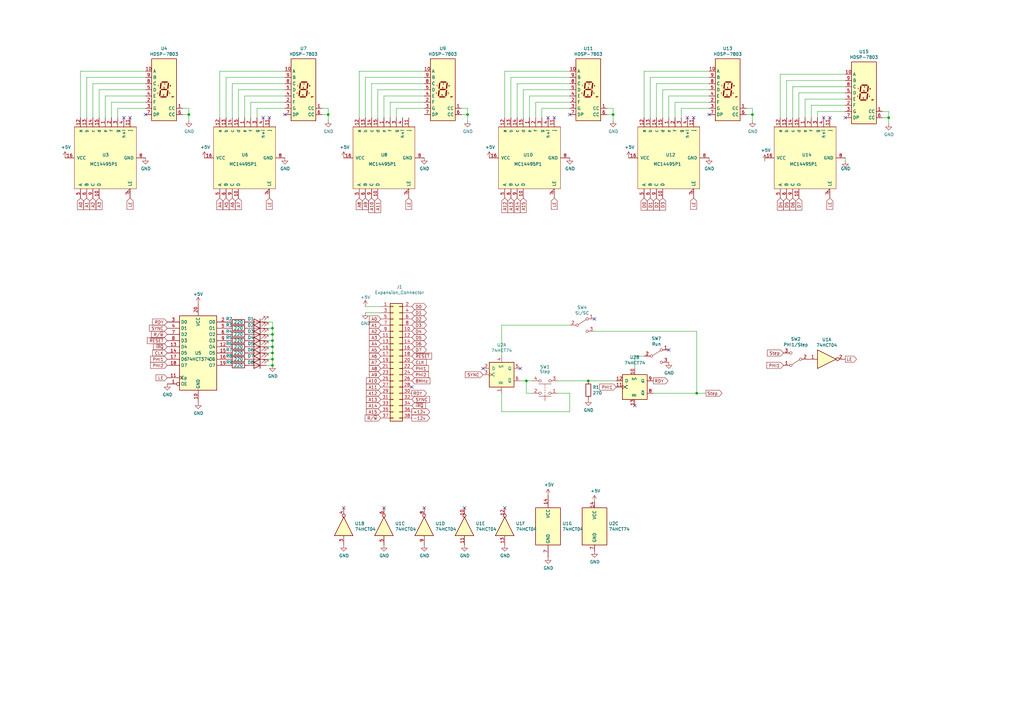
<source format=kicad_sch>
(kicad_sch (version 20211123) (generator eeschema)
  (paper "A3")
  (title_block (title "WolfNet 6502 WBC - Debug Card") (date "2022-05-17") (rev "1.0") (company "WolfNet Computing"))
  (lib_symbols
    (symbol "74xx:74LS04"
      (property "Reference" "U" (at 0 1.27 0))
      (property "Value" "74LS04" (at 0 -1.27 0))
      (symbol "74LS04_1_0"
        (pin input line (at -7.62 0 0) (length 3.81) (name "~") (number "1"))
        (pin output inverted (at 7.62 0 180) (length 3.81) (name "~") (number "2"))
      )
      (symbol "74LS04_2_0"
        (pin input line (at -7.62 0 0) (length 3.81) (name "~") (number "3"))
        (pin output inverted (at 7.62 0 180) (length 3.81) (name "~") (number "4"))
      )
      (symbol "74LS04_3_0"
        (pin input line (at -7.62 0 0) (length 3.81) (name "~") (number "5"))
        (pin output inverted (at 7.62 0 180) (length 3.81) (name "~") (number "6"))
      )
      (symbol "74LS04_4_0"
        (pin output inverted (at 7.62 0 180) (length 3.81) (name "~") (number "8"))
        (pin input line (at -7.62 0 0) (length 3.81) (name "~") (number "9"))
      )
      (symbol "74LS04_5_0"
        (pin output inverted (at 7.62 0 180) (length 3.81) (name "~") (number "10"))
        (pin input line (at -7.62 0 0) (length 3.81) (name "~") (number "11"))
      )
      (symbol "74LS04_6_0"
        (pin output inverted (at 7.62 0 180) (length 3.81) (name "~") (number "12"))
        (pin input line (at -7.62 0 0) (length 3.81) (name "~") (number "13"))
      )
      (symbol "74LS04_7_0"
        (pin power_in line (at 0 12.7 270) (length 5.08) (name "VCC") (number "14"))
        (pin power_in line (at 0 -12.7 90) (length 5.08) (name "GND") (number "7"))
      )
    )
    (symbol "74xx:74LS374"
      (property "Reference" "U" (at -7.62 16.51 0))
      (property "Value" "74LS374" (at -7.62 -16.51 0))
      (symbol "74LS374_1_0"
        (pin input inverted (at -12.7 -12.7 0) (length 5.08) (name "OE") (number "1"))
        (pin power_in line (at 0 -20.32 90) (length 5.08) (name "GND") (number "10"))
        (pin input clock (at -12.7 -10.16 0) (length 5.08) (name "Cp") (number "11"))
        (pin tri_state line (at 12.7 2.54 180) (length 5.08) (name "O4") (number "12"))
        (pin input line (at -12.7 2.54 0) (length 5.08) (name "D4") (number "13"))
        (pin input line (at -12.7 0 0) (length 5.08) (name "D5") (number "14"))
        (pin tri_state line (at 12.7 0 180) (length 5.08) (name "O5") (number "15"))
        (pin tri_state line (at 12.7 -2.54 180) (length 5.08) (name "O6") (number "16"))
        (pin input line (at -12.7 -2.54 0) (length 5.08) (name "D6") (number "17"))
        (pin input line (at -12.7 -5.08 0) (length 5.08) (name "D7") (number "18"))
        (pin tri_state line (at 12.7 -5.08 180) (length 5.08) (name "O7") (number "19"))
        (pin tri_state line (at 12.7 12.7 180) (length 5.08) (name "O0") (number "2"))
        (pin power_in line (at 0 20.32 270) (length 5.08) (name "VCC") (number "20"))
        (pin input line (at -12.7 12.7 0) (length 5.08) (name "D0") (number "3"))
        (pin input line (at -12.7 10.16 0) (length 5.08) (name "D1") (number "4"))
        (pin tri_state line (at 12.7 10.16 180) (length 5.08) (name "O1") (number "5"))
        (pin tri_state line (at 12.7 7.62 180) (length 5.08) (name "O2") (number "6"))
        (pin input line (at -12.7 7.62 0) (length 5.08) (name "D2") (number "7"))
        (pin input line (at -12.7 5.08 0) (length 5.08) (name "D3") (number "8"))
        (pin tri_state line (at 12.7 5.08 180) (length 5.08) (name "O3") (number "9"))
      )
    )
    (symbol "74xx:74LS74" (pin_names (offset 1.016))
      (property "Reference" "U" (at -7.62 8.89 0))
      (property "Value" "74LS74" (at -7.62 -8.89 0))
      (symbol "74LS74_1_0"
        (pin input line (at 0 -7.62 90) (length 2.54) (name "~{R}") (number "1"))
        (pin input line (at -7.62 2.54 0) (length 2.54) (name "D") (number "2"))
        (pin input clock (at -7.62 0 0) (length 2.54) (name "C") (number "3"))
        (pin input line (at 0 7.62 270) (length 2.54) (name "~{S}") (number "4"))
        (pin output line (at 7.62 2.54 180) (length 2.54) (name "Q") (number "5"))
        (pin output line (at 7.62 -2.54 180) (length 2.54) (name "~{Q}") (number "6"))
      )
      (symbol "74LS74_2_0"
        (pin input line (at 0 7.62 270) (length 2.54) (name "~{S}") (number "10"))
        (pin input clock (at -7.62 0 0) (length 2.54) (name "C") (number "11"))
        (pin input line (at -7.62 2.54 0) (length 2.54) (name "D") (number "12"))
        (pin input line (at 0 -7.62 90) (length 2.54) (name "~{R}") (number "13"))
        (pin output line (at 7.62 -2.54 180) (length 2.54) (name "~{Q}") (number "8"))
        (pin output line (at 7.62 2.54 180) (length 2.54) (name "Q") (number "9"))
      )
      (symbol "74LS74_3_0"
        (pin power_in line (at 0 10.16 270) (length 2.54) (name "VCC") (number "14"))
        (pin power_in line (at 0 -10.16 90) (length 2.54) (name "GND") (number "7"))
      )
    )
    (symbol "Debug-rescue:LED-Generic_Device" (pin_numbers hide) (pin_names (offset 1.016) hide)
      (property "Reference" "D" (at 0 2.54 0))
      (property "Value" "LED-Generic_Device" (at 0 -2.54 0))
      (symbol "LED-Generic_Device_1_1"
        (pin passive line (at -3.81 0 0) (length 2.54) (name "K") (number "1"))
        (pin passive line (at 3.81 0 180) (length 2.54) (name "A") (number "2"))
      )
    )
    (symbol "Debug-rescue:MC14495P1-PC" (pin_names (offset 1.016))
      (property "Reference" "U" (at 0 1.27 0))
      (property "Value" "MC14495P1-PC" (at 0 -1.27 0))
      (symbol "MC14495P1-PC_1_1"
        (pin output line (at 16.51 -1.27 180) (length 3.81) (name "e") (number "1"))
        (pin input line (at -16.51 1.27 0) (length 3.81) (name "D") (number "10"))
        (pin output line (at 16.51 -11.43 180) (length 3.81) (name "j") (number "11"))
        (pin output line (at 16.51 8.89 180) (length 3.81) (name "a") (number "12"))
        (pin output line (at 16.51 6.35 180) (length 3.81) (name "b") (number "13"))
        (pin output line (at 16.51 3.81 180) (length 3.81) (name "c") (number "14"))
        (pin output line (at 16.51 1.27 180) (length 3.81) (name "d") (number "15"))
        (pin power_in line (at 0 15.24 270) (length 3.81) (name "VCC") (number "16"))
        (pin output line (at 16.51 -3.81 180) (length 3.81) (name "f") (number "2"))
        (pin output line (at 16.51 -6.35 180) (length 3.81) (name "g") (number "3"))
        (pin output line (at 16.51 -8.89 180) (length 3.81) (name "h+i") (number "4"))
        (pin input line (at -16.51 8.89 0) (length 3.81) (name "A") (number "5"))
        (pin input line (at -16.51 6.35 0) (length 3.81) (name "B") (number "6"))
        (pin input input_low (at -16.51 -11.43 0) (length 3.81) (name "LE") (number "7"))
        (pin power_out line (at 0 -17.78 90) (length 3.81) (name "GND") (number "8"))
        (pin input line (at -16.51 3.81 0) (length 3.81) (name "C") (number "9"))
      )
    )
    (symbol "Debug-rescue:R-Generic_Device" (pin_numbers hide) (pin_names (offset 0))
      (property "Reference" "R" (at 2.032 0 90))
      (property "Value" "R-Generic_Device" (at 0 0 90))
      (symbol "R-Generic_Device_1_1"
        (pin passive line (at 0 3.81 270) (length 1.27) (name "~") (number "1"))
        (pin passive line (at 0 -3.81 90) (length 1.27) (name "~") (number "2"))
      )
    )
    (symbol "Display_Character:HDSP-7803"
      (property "Reference" "U" (at -3.81 13.97 0))
      (property "Value" "HDSP-7803" (at 6.35 13.97 0))
      (symbol "HDSP-7803_1_0"
        (text "A" (at 0.254 2.413 0) (effects (font (size 0.508 0.508))))
        (text "B" (at 2.54 1.651 0) (effects (font (size 0.508 0.508))))
        (text "C" (at 2.286 -1.397 0) (effects (font (size 0.508 0.508))))
        (text "D" (at -0.254 -2.159 0) (effects (font (size 0.508 0.508))))
        (text "DP" (at 3.556 -2.921 0) (effects (font (size 0.508 0.508))))
        (text "E" (at -2.54 -1.397 0) (effects (font (size 0.508 0.508))))
        (text "F" (at -2.286 1.651 0) (effects (font (size 0.508 0.508))))
        (text "G" (at 0 0.889 0) (effects (font (size 0.508 0.508))))
      )
      (symbol "HDSP-7803_1_1"
        (pin input line (at 7.62 -7.62 180) (length 2.54) (name "CC") (number "1"))
        (pin input line (at -7.62 7.62 0) (length 2.54) (name "A") (number "10"))
        (pin input line (at -7.62 -5.08 0) (length 2.54) (name "F") (number "2"))
        (pin input line (at -7.62 -7.62 0) (length 2.54) (name "G") (number "3"))
        (pin input line (at -7.62 -2.54 0) (length 2.54) (name "E") (number "4"))
        (pin input line (at -7.62 0 0) (length 2.54) (name "D") (number "5"))
        (pin input line (at 7.62 -10.16 180) (length 2.54) (name "CC") (number "6"))
        (pin input line (at -7.62 -10.16 0) (length 2.54) (name "DP") (number "7"))
        (pin input line (at -7.62 2.54 0) (length 2.54) (name "C") (number "8"))
        (pin input line (at -7.62 5.08 0) (length 2.54) (name "B") (number "9"))
      )
    )
    (symbol "MC14495P1-PC_1" (pin_names (offset 1.016))
      (property "Reference" "U10" (at 0 1.27 90))
      (property "Value" "MC14495P1-PC_1" (at -5.08 -2.54 90))
      (symbol "MC14495P1-PC_1_1_1"
        (pin output line (at 16.51 -1.27 180) (length 3.81) (name "e") (number "1"))
        (pin input line (at -16.51 1.27 0) (length 3.81) (name "D") (number "10"))
        (pin output line (at 16.51 -11.43 180) (length 3.81) (name "j") (number "11"))
        (pin output line (at 16.51 8.89 180) (length 3.81) (name "a") (number "12"))
        (pin output line (at 16.51 6.35 180) (length 3.81) (name "b") (number "13"))
        (pin output line (at 16.51 3.81 180) (length 3.81) (name "c") (number "14"))
        (pin output line (at 16.51 1.27 180) (length 3.81) (name "d") (number "15"))
        (pin power_in line (at 0 15.24 270) (length 3.81) (name "VCC") (number "16"))
        (pin output line (at 16.51 -3.81 180) (length 3.81) (name "f") (number "2"))
        (pin output line (at 16.51 -6.35 180) (length 3.81) (name "g") (number "3"))
        (pin output line (at 16.51 -8.89 180) (length 3.81) (name "h+i") (number "4"))
        (pin input line (at -16.51 8.89 0) (length 3.81) (name "A") (number "5"))
        (pin input line (at -16.51 6.35 0) (length 3.81) (name "B") (number "6"))
        (pin input input_low (at -16.51 -11.43 0) (length 3.81) (name "LE") (number "7"))
        (pin power_out line (at 0 -17.78 90) (length 3.81) (name "GND") (number "8"))
        (pin input line (at -16.51 3.81 0) (length 3.81) (name "C") (number "9"))
      )
    )
    (symbol "PC:Expansion_Connector" (pin_names (offset 1.016) hide)
      (property "Reference" "J" (at 0 25.4 0))
      (property "Value" "Expansion_Connector" (at 1.27 -25.4 0))
      (symbol "Expansion_Connector_0_0"
        (pin power_out line (at -6.35 22.86 0) (length 3.81) (name "~") (number "1"))
      )
      (symbol "Expansion_Connector_1_1"
        (pin bidirectional line (at 6.35 12.7 180) (length 3.81) (name "Pin_10") (number "10"))
        (pin output line (at -6.35 10.16 0) (length 3.81) (name "Pin_11") (number "11"))
        (pin bidirectional line (at 6.35 10.16 180) (length 3.81) (name "Pin_12") (number "12"))
        (pin output line (at -6.35 7.62 0) (length 3.81) (name "Pin_13") (number "13"))
        (pin bidirectional line (at 6.35 7.62 180) (length 3.81) (name "Pin_14") (number "14"))
        (pin output line (at -6.35 5.08 0) (length 3.81) (name "Pin_15") (number "15"))
        (pin bidirectional line (at 6.35 5.08 180) (length 3.81) (name "Pin_16") (number "16"))
        (pin output line (at -6.35 2.54 0) (length 3.81) (name "Pin_17") (number "17"))
        (pin output line (at 6.35 2.54 180) (length 3.81) (name "Pin_18") (number "18"))
        (pin output line (at -6.35 0 0) (length 3.81) (name "Pin_19") (number "19"))
        (pin bidirectional line (at 6.35 22.86 180) (length 3.81) (name "Pin_2") (number "2"))
        (pin output line (at 6.35 0 180) (length 3.81) (name "Pin_20") (number "20"))
        (pin output line (at -6.35 -2.54 0) (length 3.81) (name "Pin_21") (number "21"))
        (pin output line (at 6.35 -2.54 180) (length 3.81) (name "Pin_22") (number "22"))
        (pin output line (at -6.35 -5.08 0) (length 3.81) (name "Pin_23") (number "23"))
        (pin output line (at 6.35 -5.08 180) (length 3.81) (name "Pin_24") (number "24"))
        (pin output line (at -6.35 -7.62 0) (length 3.81) (name "Pin_25") (number "25"))
        (pin input line (at 6.35 -7.62 180) (length 3.81) (name "Pin_26") (number "26"))
        (pin output line (at -6.35 -10.16 0) (length 3.81) (name "Pin_27") (number "27"))
        (pin input line (at 6.35 -10.16 180) (length 3.81) (name "Pin_28") (number "28"))
        (pin output line (at -6.35 -12.7 0) (length 3.81) (name "Pin_29") (number "29"))
        (pin power_in line (at -6.35 20.32 0) (length 3.81) (name "Pin_3") (number "3"))
        (pin input line (at 6.35 -12.7 180) (length 3.81) (name "Pin_30") (number "30"))
        (pin output line (at -6.35 -15.24 0) (length 3.81) (name "Pin_31") (number "31"))
        (pin output line (at 6.35 -15.24 180) (length 3.81) (name "Pin_32") (number "32"))
        (pin output line (at -6.35 -17.78 0) (length 3.81) (name "Pin_33") (number "33"))
        (pin input line (at 6.35 -17.78 180) (length 3.81) (name "Pin_34") (number "34"))
        (pin output line (at -6.35 -20.32 0) (length 3.81) (name "Pin_35") (number "35"))
        (pin power_out line (at 6.35 -20.32 180) (length 3.81) (name "Pin_36") (number "36"))
        (pin output line (at -6.35 -22.86 0) (length 3.81) (name "Pin_37") (number "37"))
        (pin power_out line (at 6.35 -22.86 180) (length 3.81) (name "Pin_38") (number "38"))
        (pin bidirectional line (at 6.35 20.32 180) (length 3.81) (name "Pin_4") (number "4"))
        (pin input line (at -6.35 17.78 0) (length 3.81) (name "Pin_5") (number "5"))
        (pin bidirectional line (at 6.35 17.78 180) (length 3.81) (name "Pin_6") (number "6"))
        (pin output line (at -6.35 15.24 0) (length 3.81) (name "Pin_7") (number "7"))
        (pin bidirectional line (at 6.35 15.24 180) (length 3.81) (name "Pin_8") (number "8"))
        (pin output line (at -6.35 12.7 0) (length 3.81) (name "Pin_9") (number "9"))
      )
    )
    (symbol "Switch:SW_Push_Dual" (pin_names (offset 1.016) hide)
      (property "Reference" "SW" (at 1.27 2.54 0))
      (property "Value" "SW_Push_Dual" (at 0 -6.858 0))
      (symbol "SW_Push_Dual_0_1"
        (pin passive line (at -5.08 0 0) (length 2.54) (name "1") (number "1"))
        (pin passive line (at 5.08 0 180) (length 2.54) (name "2") (number "2"))
        (pin passive line (at -5.08 -5.08 0) (length 2.54) (name "3") (number "3"))
        (pin passive line (at 5.08 -5.08 180) (length 2.54) (name "4") (number "4"))
      )
    )
    (symbol "Switch:SW_SPDT" (pin_names (offset 0) hide)
      (property "Reference" "SW" (at 0 4.318 0))
      (property "Value" "SW_SPDT" (at 0 -5.08 0))
      (symbol "SW_SPDT_1_1"
        (pin passive line (at 5.08 2.54 180) (length 2.54) (name "A") (number "1"))
        (pin passive line (at -5.08 0 0) (length 2.54) (name "B") (number "2"))
        (pin passive line (at 5.08 -2.54 180) (length 2.54) (name "C") (number "3"))
      )
    )
    (symbol "power:+5V" (power) (pin_names (offset 0))
      (property "Value" "+5V" (at 0 3.556 0))
      (symbol "+5V_1_1"
        (pin power_in line (at 0 0 90) (length 0) hide (name "+5V") (number "1"))
      )
    )
    (symbol "power:GND" (power) (pin_names (offset 0))
      (property "Value" "GND" (at 0 -3.81 0))
      (symbol "GND_1_1"
        (pin power_in line (at 0 0 270) (length 0) hide (name "GND") (number "1"))
      )
    )
  )
  (junction (at 111.76 147.32))
  (junction (at 251.46 46.99))
  (junction (at 191.77 46.99))
  (junction (at 364.49 48.26))
  (junction (at 308.61 46.99))
  (junction (at 111.76 134.62))
  (junction (at 134.62 46.99))
  (junction (at 111.76 142.24))
  (junction (at 241.3 156.21))
  (junction (at 111.76 139.7))
  (junction (at 285.75 161.29))
  (junction (at 111.76 149.86))
  (junction (at 111.76 137.16))
  (junction (at 77.47 46.99))
  (junction (at 111.76 144.78))
  (junction (at 215.9 156.21))
  (no_connect (at 168.91 158.75))
  (no_connect (at 50.8 48.26))
  (no_connect (at 337.82 48.26))
  (no_connect (at 116.84 46.99))
  (no_connect (at 281.94 48.26))
  (no_connect (at 340.36 48.26))
  (no_connect (at 227.33 48.26))
  (no_connect (at 260.35 166.37))
  (no_connect (at 198.12 151.13))
  (no_connect (at 110.49 48.26))
  (no_connect (at 190.5 208.28))
  (no_connect (at 207.01 208.28))
  (no_connect (at 53.34 48.26))
  (no_connect (at 346.71 48.26))
  (no_connect (at 140.97 208.28))
  (no_connect (at 274.32 143.51))
  (no_connect (at 233.68 46.99))
  (no_connect (at 224.79 48.26))
  (no_connect (at 173.99 208.28))
  (no_connect (at 107.95 48.26))
  (no_connect (at 213.36 151.13))
  (no_connect (at 290.83 46.99))
  (no_connect (at 243.84 130.81))
  (no_connect (at 284.48 48.26))
  (no_connect (at 59.69 46.99))
  (no_connect (at 157.48 208.28))
  (wire (pts (xy 271.78 48.26) (xy 271.78 36.83)))
  (wire (pts (xy 109.22 137.16) (xy 111.76 137.16)))
  (wire (pts (xy 111.76 139.7) (xy 111.76 142.24)))
  (wire (pts (xy 233.68 34.29) (xy 212.09 34.29)))
  (wire (pts (xy 207.01 29.21) (xy 207.01 48.26)))
  (wire (pts (xy 111.76 149.86) (xy 109.22 149.86)))
  (wire (pts (xy 40.64 48.26) (xy 40.64 36.83)))
  (wire (pts (xy 308.61 46.99) (xy 308.61 49.53)))
  (wire (pts (xy 173.99 29.21) (xy 147.32 29.21)))
  (wire (pts (xy 214.63 36.83) (xy 233.68 36.83)))
  (wire (pts (xy 152.4 34.29) (xy 152.4 48.26)))
  (wire (pts (xy 116.84 44.45) (xy 105.41 44.45)))
  (wire (pts (xy 154.94 48.26) (xy 154.94 36.83)))
  (wire (pts (xy 111.76 137.16) (xy 111.76 139.7)))
  (wire (pts (xy 105.41 44.45) (xy 105.41 48.26)))
  (wire (pts (xy 269.24 34.29) (xy 269.24 48.26)))
  (wire (pts (xy 111.76 134.62) (xy 109.22 134.62)))
  (wire (pts (xy 134.62 44.45) (xy 134.62 46.99)))
  (wire (pts (xy 111.76 144.78) (xy 109.22 144.78)))
  (wire (pts (xy 38.1 34.29) (xy 38.1 48.26)))
  (wire (pts (xy 95.25 34.29) (xy 95.25 48.26)))
  (wire (pts (xy 109.22 142.24) (xy 111.76 142.24)))
  (wire (pts (xy 132.08 44.45) (xy 134.62 44.45)))
  (wire (pts (xy 33.02 29.21) (xy 33.02 48.26)))
  (wire (pts (xy 35.56 31.75) (xy 59.69 31.75)))
  (wire (pts (xy 215.9 156.21) (xy 218.44 156.21)))
  (wire (pts (xy 111.76 132.08) (xy 111.76 134.62)))
  (wire (pts (xy 320.04 30.48) (xy 320.04 48.26)))
  (wire (pts (xy 364.49 48.26) (xy 361.95 48.26)))
  (wire (pts (xy 92.71 31.75) (xy 92.71 48.26)))
  (wire (pts (xy 306.07 44.45) (xy 308.61 44.45)))
  (wire (pts (xy 222.25 44.45) (xy 222.25 48.26)))
  (wire (pts (xy 111.76 147.32) (xy 111.76 149.86)))
  (wire (pts (xy 285.75 135.89) (xy 285.75 161.29)))
  (wire (pts (xy 149.86 31.75) (xy 173.99 31.75)))
  (wire (pts (xy 191.77 44.45) (xy 191.77 46.99)))
  (wire (pts (xy 116.84 29.21) (xy 90.17 29.21)))
  (wire (pts (xy 251.46 46.99) (xy 251.46 49.53)))
  (wire (pts (xy 346.71 45.72) (xy 335.28 45.72)))
  (wire (pts (xy 134.62 46.99) (xy 134.62 49.53)))
  (wire (pts (xy 266.7 31.75) (xy 290.83 31.75)))
  (wire (pts (xy 276.86 48.26) (xy 276.86 41.91)))
  (wire (pts (xy 134.62 46.99) (xy 132.08 46.99)))
  (wire (pts (xy 361.95 45.72) (xy 364.49 45.72)))
  (wire (pts (xy 285.75 161.29) (xy 289.56 161.29)))
  (wire (pts (xy 97.79 48.26) (xy 97.79 36.83)))
  (wire (pts (xy 290.83 39.37) (xy 274.32 39.37)))
  (wire (pts (xy 322.58 33.02) (xy 346.71 33.02)))
  (wire (pts (xy 251.46 44.45) (xy 251.46 46.99)))
  (wire (pts (xy 233.68 133.35) (xy 205.74 133.35)))
  (wire (pts (xy 90.17 29.21) (xy 90.17 48.26)))
  (wire (pts (xy 100.33 39.37) (xy 100.33 48.26)))
  (wire (pts (xy 35.56 31.75) (xy 35.56 48.26)))
  (wire (pts (xy 59.69 44.45) (xy 48.26 44.45)))
  (wire (pts (xy 116.84 34.29) (xy 95.25 34.29)))
  (wire (pts (xy 313.69 64.77) (xy 313.69 66.04)))
  (wire (pts (xy 327.66 48.26) (xy 327.66 38.1)))
  (wire (pts (xy 233.68 44.45) (xy 222.25 44.45)))
  (wire (pts (xy 308.61 44.45) (xy 308.61 46.99)))
  (wire (pts (xy 215.9 161.29) (xy 218.44 161.29)))
  (wire (pts (xy 241.3 156.21) (xy 252.73 156.21)))
  (wire (pts (xy 217.17 39.37) (xy 217.17 48.26)))
  (wire (pts (xy 276.86 41.91) (xy 290.83 41.91)))
  (wire (pts (xy 332.74 48.26) (xy 332.74 43.18)))
  (wire (pts (xy 173.99 44.45) (xy 162.56 44.45)))
  (wire (pts (xy 205.74 133.35) (xy 205.74 146.05)))
  (wire (pts (xy 233.68 39.37) (xy 217.17 39.37)))
  (wire (pts (xy 274.32 39.37) (xy 274.32 48.26)))
  (wire (pts (xy 346.71 35.56) (xy 325.12 35.56)))
  (wire (pts (xy 162.56 44.45) (xy 162.56 48.26)))
  (wire (pts (xy 111.76 139.7) (xy 109.22 139.7)))
  (wire (pts (xy 77.47 44.45) (xy 77.47 46.99)))
  (wire (pts (xy 111.76 144.78) (xy 111.76 147.32)))
  (wire (pts (xy 219.71 41.91) (xy 233.68 41.91)))
  (wire (pts (xy 45.72 48.26) (xy 45.72 41.91)))
  (wire (pts (xy 214.63 48.26) (xy 214.63 36.83)))
  (wire (pts (xy 290.83 34.29) (xy 269.24 34.29)))
  (wire (pts (xy 332.74 43.18) (xy 346.71 43.18)))
  (wire (pts (xy 59.69 39.37) (xy 43.18 39.37)))
  (wire (pts (xy 213.36 156.21) (xy 215.9 156.21)))
  (wire (pts (xy 266.7 31.75) (xy 266.7 48.26)))
  (wire (pts (xy 149.86 128.27) (xy 156.21 128.27)))
  (wire (pts (xy 215.9 156.21) (xy 215.9 161.29)))
  (wire (pts (xy 233.68 168.91) (xy 205.74 168.91)))
  (wire (pts (xy 74.93 44.45) (xy 77.47 44.45)))
  (wire (pts (xy 33.02 29.21) (xy 59.69 29.21)))
  (wire (pts (xy 233.68 161.29) (xy 233.68 168.91)))
  (wire (pts (xy 154.94 36.83) (xy 173.99 36.83)))
  (wire (pts (xy 191.77 46.99) (xy 189.23 46.99)))
  (wire (pts (xy 173.99 34.29) (xy 152.4 34.29)))
  (wire (pts (xy 205.74 168.91) (xy 205.74 161.29)))
  (wire (pts (xy 157.48 39.37) (xy 157.48 48.26)))
  (wire (pts (xy 346.71 40.64) (xy 330.2 40.64)))
  (wire (pts (xy 346.71 64.77) (xy 346.71 66.04)))
  (wire (pts (xy 209.55 31.75) (xy 233.68 31.75)))
  (wire (pts (xy 160.02 41.91) (xy 173.99 41.91)))
  (wire (pts (xy 251.46 46.99) (xy 248.92 46.99)))
  (wire (pts (xy 45.72 41.91) (xy 59.69 41.91)))
  (wire (pts (xy 92.71 31.75) (xy 116.84 31.75)))
  (wire (pts (xy 330.2 40.64) (xy 330.2 48.26)))
  (wire (pts (xy 243.84 135.89) (xy 285.75 135.89)))
  (wire (pts (xy 290.83 29.21) (xy 264.16 29.21)))
  (wire (pts (xy 335.28 45.72) (xy 335.28 48.26)))
  (wire (pts (xy 48.26 44.45) (xy 48.26 48.26)))
  (wire (pts (xy 111.76 134.62) (xy 111.76 137.16)))
  (wire (pts (xy 147.32 29.21) (xy 147.32 48.26)))
  (wire (pts (xy 173.99 39.37) (xy 157.48 39.37)))
  (wire (pts (xy 327.66 38.1) (xy 346.71 38.1)))
  (wire (pts (xy 364.49 48.26) (xy 364.49 50.8)))
  (wire (pts (xy 149.86 31.75) (xy 149.86 48.26)))
  (wire (pts (xy 248.92 44.45) (xy 251.46 44.45)))
  (wire (pts (xy 97.79 36.83) (xy 116.84 36.83)))
  (wire (pts (xy 191.77 46.99) (xy 191.77 49.53)))
  (wire (pts (xy 264.16 146.05) (xy 260.35 146.05)))
  (wire (pts (xy 59.69 34.29) (xy 38.1 34.29)))
  (wire (pts (xy 228.6 156.21) (xy 241.3 156.21)))
  (wire (pts (xy 209.55 31.75) (xy 209.55 48.26)))
  (wire (pts (xy 40.64 36.83) (xy 59.69 36.83)))
  (wire (pts (xy 267.97 161.29) (xy 285.75 161.29)))
  (wire (pts (xy 102.87 41.91) (xy 116.84 41.91)))
  (wire (pts (xy 279.4 44.45) (xy 279.4 48.26)))
  (wire (pts (xy 77.47 46.99) (xy 77.47 49.53)))
  (wire (pts (xy 271.78 36.83) (xy 290.83 36.83)))
  (wire (pts (xy 189.23 44.45) (xy 191.77 44.45)))
  (wire (pts (xy 111.76 142.24) (xy 111.76 144.78)))
  (wire (pts (xy 228.6 161.29) (xy 233.68 161.29)))
  (wire (pts (xy 109.22 132.08) (xy 111.76 132.08)))
  (wire (pts (xy 116.84 39.37) (xy 100.33 39.37)))
  (wire (pts (xy 212.09 34.29) (xy 212.09 48.26)))
  (wire (pts (xy 149.86 125.73) (xy 156.21 125.73)))
  (wire (pts (xy 325.12 35.56) (xy 325.12 48.26)))
  (wire (pts (xy 233.68 29.21) (xy 207.01 29.21)))
  (wire (pts (xy 260.35 146.05) (xy 260.35 151.13)))
  (wire (pts (xy 346.71 30.48) (xy 320.04 30.48)))
  (wire (pts (xy 308.61 46.99) (xy 306.07 46.99)))
  (wire (pts (xy 109.22 147.32) (xy 111.76 147.32)))
  (wire (pts (xy 102.87 48.26) (xy 102.87 41.91)))
  (wire (pts (xy 322.58 33.02) (xy 322.58 48.26)))
  (wire (pts (xy 43.18 39.37) (xy 43.18 48.26)))
  (wire (pts (xy 264.16 29.21) (xy 264.16 48.26)))
  (wire (pts (xy 160.02 48.26) (xy 160.02 41.91)))
  (wire (pts (xy 364.49 45.72) (xy 364.49 48.26)))
  (wire (pts (xy 77.47 46.99) (xy 74.93 46.99)))
  (wire (pts (xy 290.83 44.45) (xy 279.4 44.45)))
  (wire (pts (xy 219.71 48.26) (xy 219.71 41.91)))
  (global_label "LE" (shape input) (at 227.33 81.28 270) (property "Intersheet References" "${INTERSHEET_REFS}" (effects hide)))
  (global_label "D0" (shape bidirectional) (at 168.91 125.73 0) (property "Intersheet References" "${INTERSHEET_REFS}" (effects hide)))
  (global_label "A11" (shape input) (at 156.21 158.75 180) (property "Intersheet References" "${INTERSHEET_REFS}" (effects hide)))
  (global_label "LE" (shape input) (at 53.34 81.28 270) (property "Intersheet References" "${INTERSHEET_REFS}" (effects hide)))
  (global_label "LE" (shape input) (at 68.58 154.94 180) (property "Intersheet References" "${INTERSHEET_REFS}" (effects hide)))
  (global_label "Step" (shape input) (at 321.31 144.78 180) (property "Intersheet References" "${INTERSHEET_REFS}" (effects hide)))
  (global_label "D4" (shape bidirectional) (at 168.91 135.89 0) (property "Intersheet References" "${INTERSHEET_REFS}" (effects hide)))
  (global_label "D1" (shape input) (at 266.7 81.28 270) (property "Intersheet References" "${INTERSHEET_REFS}" (effects hide)))
  (global_label "CLK" (shape input) (at 168.91 148.59 0) (property "Intersheet References" "${INTERSHEET_REFS}" (effects hide)))
  (global_label "D3" (shape bidirectional) (at 168.91 133.35 0) (property "Intersheet References" "${INTERSHEET_REFS}" (effects hide)))
  (global_label "A13" (shape input) (at 209.55 81.28 270) (property "Intersheet References" "${INTERSHEET_REFS}" (effects hide)))
  (global_label "A9" (shape input) (at 156.21 153.67 180) (property "Intersheet References" "${INTERSHEET_REFS}" (effects hide)))
  (global_label "A6" (shape input) (at 95.25 81.28 270) (property "Intersheet References" "${INTERSHEET_REFS}" (effects hide)))
  (global_label "A10" (shape input) (at 152.4 81.28 270) (property "Intersheet References" "${INTERSHEET_REFS}" (effects hide)))
  (global_label "8MHz" (shape input) (at 168.91 156.21 0) (property "Intersheet References" "${INTERSHEET_REFS}" (effects hide)))
  (global_label "~{IRQ}" (shape input) (at 68.58 142.24 180) (property "Intersheet References" "${INTERSHEET_REFS}" (effects hide)))
  (global_label "SYNC" (shape input) (at 198.12 153.67 180) (property "Intersheet References" "${INTERSHEET_REFS}" (effects hide)))
  (global_label "A7" (shape input) (at 97.79 81.28 270) (property "Intersheet References" "${INTERSHEET_REFS}" (effects hide)))
  (global_label "D2" (shape input) (at 269.24 81.28 270) (property "Intersheet References" "${INTERSHEET_REFS}" (effects hide)))
  (global_label "D5" (shape input) (at 322.58 81.28 270) (property "Intersheet References" "${INTERSHEET_REFS}" (effects hide)))
  (global_label "A3" (shape input) (at 40.64 81.28 270) (property "Intersheet References" "${INTERSHEET_REFS}" (effects hide)))
  (global_label "A4" (shape input) (at 156.21 140.97 180) (property "Intersheet References" "${INTERSHEET_REFS}" (effects hide)))
  (global_label "-12v" (shape output) (at 168.91 171.45 0) (property "Intersheet References" "${INTERSHEET_REFS}" (effects hide)))
  (global_label "A15" (shape input) (at 214.63 81.28 270) (property "Intersheet References" "${INTERSHEET_REFS}" (effects hide)))
  (global_label "PHI1" (shape input) (at 252.73 158.75 180) (property "Intersheet References" "${INTERSHEET_REFS}" (effects hide)))
  (global_label "LE" (shape input) (at 284.48 81.28 270) (property "Intersheet References" "${INTERSHEET_REFS}" (effects hide)))
  (global_label "A0" (shape input) (at 156.21 130.81 180) (property "Intersheet References" "${INTERSHEET_REFS}" (effects hide)))
  (global_label "~{RESET}" (shape input) (at 168.91 146.05 0) (property "Intersheet References" "${INTERSHEET_REFS}" (effects hide)))
  (global_label "A4" (shape input) (at 90.17 81.28 270) (property "Intersheet References" "${INTERSHEET_REFS}" (effects hide)))
  (global_label "A11" (shape input) (at 154.94 81.28 270) (property "Intersheet References" "${INTERSHEET_REFS}" (effects hide)))
  (global_label "A7" (shape input) (at 156.21 148.59 180) (property "Intersheet References" "${INTERSHEET_REFS}" (effects hide)))
  (global_label "PHI2" (shape input) (at 168.91 153.67 0) (property "Intersheet References" "${INTERSHEET_REFS}" (effects hide)))
  (global_label "A9" (shape input) (at 149.86 81.28 270) (property "Intersheet References" "${INTERSHEET_REFS}" (effects hide)))
  (global_label "A14" (shape input) (at 212.09 81.28 270) (property "Intersheet References" "${INTERSHEET_REFS}" (effects hide)))
  (global_label "CLK" (shape input) (at 68.58 144.78 180) (property "Intersheet References" "${INTERSHEET_REFS}" (effects hide)))
  (global_label "A3" (shape input) (at 156.21 138.43 180) (property "Intersheet References" "${INTERSHEET_REFS}" (effects hide)))
  (global_label "A5" (shape input) (at 156.21 143.51 180) (property "Intersheet References" "${INTERSHEET_REFS}" (effects hide)))
  (global_label "D1" (shape bidirectional) (at 168.91 128.27 0) (property "Intersheet References" "${INTERSHEET_REFS}" (effects hide)))
  (global_label "A1" (shape input) (at 156.21 133.35 180) (property "Intersheet References" "${INTERSHEET_REFS}" (effects hide)))
  (global_label "A15" (shape input) (at 156.21 168.91 180) (property "Intersheet References" "${INTERSHEET_REFS}" (effects hide)))
  (global_label "RDY" (shape output) (at 168.91 161.29 0) (property "Intersheet References" "${INTERSHEET_REFS}" (effects hide)))
  (global_label "A10" (shape input) (at 156.21 156.21 180) (property "Intersheet References" "${INTERSHEET_REFS}" (effects hide)))
  (global_label "SYNC" (shape input) (at 168.91 163.83 0) (property "Intersheet References" "${INTERSHEET_REFS}" (effects hide)))
  (global_label "RDY" (shape input) (at 68.58 132.08 180) (property "Intersheet References" "${INTERSHEET_REFS}" (effects hide)))
  (global_label "PHI1" (shape input) (at 321.31 149.86 180) (property "Intersheet References" "${INTERSHEET_REFS}" (effects hide)))
  (global_label "A0" (shape input) (at 33.02 81.28 270) (property "Intersheet References" "${INTERSHEET_REFS}" (effects hide)))
  (global_label "~{RESET}" (shape input) (at 68.58 139.7 180) (property "Intersheet References" "${INTERSHEET_REFS}" (effects hide)))
  (global_label "RDY" (shape output) (at 267.97 156.21 0) (property "Intersheet References" "${INTERSHEET_REFS}" (effects hide)))
  (global_label "R{slash}~{W}" (shape input) (at 68.58 137.16 180) (property "Intersheet References" "${INTERSHEET_REFS}" (effects hide)))
  (global_label "D6" (shape input) (at 325.12 81.28 270) (property "Intersheet References" "${INTERSHEET_REFS}" (effects hide)))
  (global_label "D5" (shape bidirectional) (at 168.91 138.43 0) (property "Intersheet References" "${INTERSHEET_REFS}" (effects hide)))
  (global_label "D3" (shape input) (at 271.78 81.28 270) (property "Intersheet References" "${INTERSHEET_REFS}" (effects hide)))
  (global_label "A8" (shape input) (at 147.32 81.28 270) (property "Intersheet References" "${INTERSHEET_REFS}" (effects hide)))
  (global_label "LE" (shape input) (at 167.64 81.28 270) (property "Intersheet References" "${INTERSHEET_REFS}" (effects hide)))
  (global_label "A8" (shape input) (at 156.21 151.13 180) (property "Intersheet References" "${INTERSHEET_REFS}" (effects hide)))
  (global_label "A2" (shape input) (at 156.21 135.89 180) (property "Intersheet References" "${INTERSHEET_REFS}" (effects hide)))
  (global_label "D7" (shape input) (at 327.66 81.28 270) (property "Intersheet References" "${INTERSHEET_REFS}" (effects hide)))
  (global_label "D2" (shape bidirectional) (at 168.91 130.81 0) (property "Intersheet References" "${INTERSHEET_REFS}" (effects hide)))
  (global_label "A13" (shape input) (at 156.21 163.83 180) (property "Intersheet References" "${INTERSHEET_REFS}" (effects hide)))
  (global_label "D7" (shape bidirectional) (at 168.91 143.51 0) (property "Intersheet References" "${INTERSHEET_REFS}" (effects hide)))
  (global_label "A2" (shape input) (at 38.1 81.28 270) (property "Intersheet References" "${INTERSHEET_REFS}" (effects hide)))
  (global_label "A14" (shape input) (at 156.21 166.37 180) (property "Intersheet References" "${INTERSHEET_REFS}" (effects hide)))
  (global_label "+12v" (shape output) (at 168.91 168.91 0) (property "Intersheet References" "${INTERSHEET_REFS}" (effects hide)))
  (global_label "D6" (shape bidirectional) (at 168.91 140.97 0) (property "Intersheet References" "${INTERSHEET_REFS}" (effects hide)))
  (global_label "SYNC" (shape input) (at 68.58 134.62 180) (property "Intersheet References" "${INTERSHEET_REFS}" (effects hide)))
  (global_label "PHI1" (shape input) (at 68.58 147.32 180) (property "Intersheet References" "${INTERSHEET_REFS}" (effects hide)))
  (global_label "PHI2" (shape input) (at 68.58 149.86 180) (property "Intersheet References" "${INTERSHEET_REFS}" (effects hide)))
  (global_label "~{IRQ}" (shape input) (at 168.91 166.37 0) (property "Intersheet References" "${INTERSHEET_REFS}" (effects hide)))
  (global_label "A6" (shape input) (at 156.21 146.05 180) (property "Intersheet References" "${INTERSHEET_REFS}" (effects hide)))
  (global_label "A5" (shape input) (at 92.71 81.28 270) (property "Intersheet References" "${INTERSHEET_REFS}" (effects hide)))
  (global_label "D0" (shape input) (at 264.16 81.28 270) (property "Intersheet References" "${INTERSHEET_REFS}" (effects hide)))
  (global_label "R{slash}~{W}" (shape input) (at 156.21 171.45 180) (property "Intersheet References" "${INTERSHEET_REFS}" (effects hide)))
  (global_label "LE" (shape input) (at 110.49 81.28 270) (property "Intersheet References" "${INTERSHEET_REFS}" (effects hide)))
  (global_label "Step" (shape output) (at 289.56 161.29 0) (property "Intersheet References" "${INTERSHEET_REFS}" (effects hide)))
  (global_label "A12" (shape input) (at 207.01 81.28 270) (property "Intersheet References" "${INTERSHEET_REFS}" (effects hide)))
  (global_label "D4" (shape input) (at 320.04 81.28 270) (property "Intersheet References" "${INTERSHEET_REFS}" (effects hide)))
  (global_label "LE" (shape output) (at 346.71 147.32 0) (property "Intersheet References" "${INTERSHEET_REFS}" (effects hide)))
  (global_label "A12" (shape input) (at 156.21 161.29 180) (property "Intersheet References" "${INTERSHEET_REFS}" (effects hide)))
  (global_label "LE" (shape input) (at 340.36 81.28 270) (property "Intersheet References" "${INTERSHEET_REFS}" (effects hide)))
  (global_label "PHI1" (shape input) (at 168.91 151.13 0) (property "Intersheet References" "${INTERSHEET_REFS}" (effects hide)))
  (global_label "A1" (shape input) (at 35.56 81.28 270) (property "Intersheet References" "${INTERSHEET_REFS}" (effects hide)))
  (symbol (lib_id "74xx:74LS04") (at 339.09 147.32 0) (unit 1)
    (property "Reference" "U1" (at 339.09 139.2682 0))
    (property "Value" "74HCT04" (at 339.09 141.5796 0))
    (property "Footprint" "Package_DIP:DIP-14_W7.62mm_Socket_LongPads" (effects hide))
    (property "Datasheet" "http://www.ti.com/lit/gpn/sn74LS04" (effects hide))
  )
  (symbol (lib_id "Switch:SW_SPDT") (at 326.39 147.32 180) (unit 1)
    (property "Reference" "SW2" (at 326.39 139.065 0))
    (property "Value" "PHI1/Step" (at 326.39 141.3764 0))
    (property "Footprint" "Button_Switch_THT:SW_Slide_1P2T_CK_OS102011MS2Q" (effects hide))
  )
  (symbol (lib_id "74xx:74LS74") (at 205.74 153.67 0) (unit 1)
    (property "Reference" "U2" (at 205.74 141.4526 0))
    (property "Value" "74HCT74" (at 205.74 143.764 0))
    (property "Footprint" "Package_DIP:DIP-14_W7.62mm_Socket_LongPads" (effects hide))
    (property "Datasheet" "74xx/74hc_hct74.pdf" (effects hide))
  )
  (symbol (lib_id "Switch:SW_Push_Dual") (at 223.52 161.29 180) (unit 1)
    (property "Reference" "SW1" (at 223.52 150.495 0))
    (property "Value" "Step" (at 223.52 152.4 0))
    (property "Footprint" "Button_Switch_THT:SW_Push_2P1T_Toggle_CK_PVA1xxH1xxxxxxV2" (effects hide))
  )
  (symbol (lib_id "Switch:SW_SPDT") (at 238.76 133.35 0) (unit 1)
    (property "Reference" "SW4" (at 238.76 126.111 0))
    (property "Value" "SI/SC" (at 238.76 128.4224 0))
    (property "Footprint" "Button_Switch_THT:SW_Slide_1P2T_CK_OS102011MS2Q" (effects hide))
  )
  (symbol (lib_id "Debug-rescue:R-Generic_Device") (at 241.3 160.02 0) (unit 1)
    (property "Reference" "R1" (at 243.078 158.8516 0) (effects (justify left)))
    (property "Value" "270" (at 243.078 161.163 0) (effects (justify left)))
    (property "Footprint" "Resistor_THT:R_Axial_DIN0207_L6.3mm_D2.5mm_P7.62mm_Horizontal" (effects hide))
  )
  (symbol (lib_id "power:GND") (at 241.3 163.83 0) (unit 1)
    (property "Reference" "#PWR0103" (effects hide))
    (property "Value" "GND" (at 241.427 168.2242 0))
  )
  (symbol (lib_id "74xx:74LS74") (at 260.35 158.75 0) (unit 2)
    (property "Reference" "U2" (at 260.35 146.5326 0))
    (property "Value" "74HCT74" (at 260.35 148.844 0))
    (property "Footprint" "Package_DIP:DIP-14_W7.62mm_Socket_LongPads" (effects hide))
    (property "Datasheet" "74xx/74hc_hct74.pdf" (effects hide))
  )
  (symbol (lib_id "power:GND") (at 274.32 148.59 0) (unit 1)
    (property "Reference" "#PWR0104" (effects hide))
    (property "Value" "GND" (at 274.447 152.9842 0))
  )
  (symbol (lib_id "74xx:74LS04") (at 140.97 215.9 90) (unit 2)
    (property "Reference" "U1" (at 145.542 214.7316 90) (effects (justify right)))
    (property "Value" "74HCT04" (at 145.542 217.043 90) (effects (justify right)))
    (property "Footprint" "Package_DIP:DIP-14_W7.62mm_Socket_LongPads" (effects hide))
    (property "Datasheet" "http://www.ti.com/lit/gpn/sn74LS04" (effects hide))
  )
  (symbol (lib_id "74xx:74LS04") (at 157.48 215.9 90) (unit 3)
    (property "Reference" "U1" (at 162.052 214.7316 90) (effects (justify right)))
    (property "Value" "74HCT04" (at 162.052 217.043 90) (effects (justify right)))
    (property "Footprint" "Package_DIP:DIP-14_W7.62mm_Socket_LongPads" (effects hide))
    (property "Datasheet" "http://www.ti.com/lit/gpn/sn74LS04" (effects hide))
  )
  (symbol (lib_id "74xx:74LS04") (at 173.99 215.9 90) (unit 4)
    (property "Reference" "U1" (at 178.562 214.7316 90) (effects (justify right)))
    (property "Value" "74HCT04" (at 178.562 217.043 90) (effects (justify right)))
    (property "Footprint" "Package_DIP:DIP-14_W7.62mm_Socket_LongPads" (effects hide))
    (property "Datasheet" "http://www.ti.com/lit/gpn/sn74LS04" (effects hide))
  )
  (symbol (lib_id "74xx:74LS04") (at 190.5 215.9 90) (unit 5)
    (property "Reference" "U1" (at 195.072 214.7316 90) (effects (justify right)))
    (property "Value" "74HCT04" (at 195.072 217.043 90) (effects (justify right)))
    (property "Footprint" "Package_DIP:DIP-14_W7.62mm_Socket_LongPads" (effects hide))
    (property "Datasheet" "http://www.ti.com/lit/gpn/sn74LS04" (effects hide))
  )
  (symbol (lib_id "74xx:74LS04") (at 207.01 215.9 90) (unit 6)
    (property "Reference" "U1" (at 211.582 214.7316 90) (effects (justify right)))
    (property "Value" "74HCT04" (at 211.582 217.043 90) (effects (justify right)))
    (property "Footprint" "Package_DIP:DIP-14_W7.62mm_Socket_LongPads" (effects hide))
    (property "Datasheet" "http://www.ti.com/lit/gpn/sn74LS04" (effects hide))
  )
  (symbol (lib_id "74xx:74LS04") (at 224.79 215.9 0) (unit 7)
    (property "Reference" "U1" (at 230.632 214.7316 0) (effects (justify left)))
    (property "Value" "74HCT04" (at 230.632 217.043 0) (effects (justify left)))
    (property "Footprint" "Package_DIP:DIP-14_W7.62mm_Socket_LongPads" (effects hide))
    (property "Datasheet" "http://www.ti.com/lit/gpn/sn74LS04" (effects hide))
  )
  (symbol (lib_id "power:+5V") (at 224.79 203.2 0) (unit 1)
    (property "Reference" "#PWR0105" (effects hide))
    (property "Value" "+5V" (at 225.171 198.8058 0))
  )
  (symbol (lib_id "power:GND") (at 224.79 228.6 0) (unit 1)
    (property "Reference" "#PWR0106" (effects hide))
    (property "Value" "GND" (at 224.917 232.9942 0))
  )
  (symbol (lib_id "power:GND") (at 207.01 223.52 0) (unit 1)
    (property "Reference" "#PWR0107" (effects hide))
    (property "Value" "GND" (at 207.137 227.9142 0))
  )
  (symbol (lib_id "power:GND") (at 190.5 223.52 0) (unit 1)
    (property "Reference" "#PWR0108" (effects hide))
    (property "Value" "GND" (at 190.627 227.9142 0))
  )
  (symbol (lib_id "power:GND") (at 173.99 223.52 0) (unit 1)
    (property "Reference" "#PWR0109" (effects hide))
    (property "Value" "GND" (at 174.117 227.9142 0))
  )
  (symbol (lib_id "power:GND") (at 157.48 223.52 0) (unit 1)
    (property "Reference" "#PWR0110" (effects hide))
    (property "Value" "GND" (at 157.607 227.9142 0))
  )
  (symbol (lib_id "power:GND") (at 140.97 223.52 0) (unit 1)
    (property "Reference" "#PWR0111" (effects hide))
    (property "Value" "GND" (at 141.097 227.9142 0))
  )
  (symbol (lib_id "74xx:74LS74") (at 243.84 215.9 0) (unit 3)
    (property "Reference" "U2" (at 249.682 214.7316 0) (effects (justify left)))
    (property "Value" "74HCT74" (at 249.682 217.043 0) (effects (justify left)))
    (property "Footprint" "Package_DIP:DIP-14_W7.62mm_Socket_LongPads" (effects hide))
    (property "Datasheet" "74xx/74hc_hct74.pdf" (effects hide))
  )
  (symbol (lib_id "power:+5V") (at 243.84 205.74 0) (unit 1)
    (property "Reference" "#PWR0112" (effects hide))
    (property "Value" "+5V" (at 244.221 201.3458 0))
  )
  (symbol (lib_id "power:GND") (at 243.84 226.06 0) (unit 1)
    (property "Reference" "#PWR0113" (effects hide))
    (property "Value" "GND" (at 243.967 230.4542 0))
  )
  (symbol (lib_id "Debug-rescue:MC14495P1-PC") (at 41.91 64.77 90) (unit 1)
    (property "Reference" "U3" (at 41.91 63.5 90) (effects (justify right)))
    (property "Value" "MC14495P1" (at 36.83 67.31 90) (effects (justify right)))
    (property "Footprint" "Package_DIP:DIP-16_W7.62mm_Socket_LongPads" (effects hide))
  )
  (symbol (lib_id "Display_Character:HDSP-7803") (at 67.31 36.83 0) (unit 1)
    (property "Reference" "U4" (at 67.31 19.8882 0))
    (property "Value" "HDSP-7803" (at 67.31 22.1996 0))
    (property "Footprint" "Display_7Segment:HDSP-7801" (effects hide))
    (property "Datasheet" "https://docs.broadcom.com/docs/AV02-2553EN" (effects hide))
  )
  (symbol (lib_id "74xx:74LS374") (at 81.28 144.78 0) (unit 1)
    (property "Reference" "U5" (at 81.28 144.78 0))
    (property "Value" "74HCT374" (at 81.28 147.32 0))
    (property "Footprint" "Package_DIP:DIP-20_W7.62mm_Socket_LongPads" (effects hide))
    (property "Datasheet" "http://www.ti.com/lit/gpn/sn74LS374" (effects hide))
  )
  (symbol (lib_id "power:GND") (at 68.58 157.48 0) (unit 1)
    (property "Reference" "#PWR0114" (effects hide))
    (property "Value" "GND" (at 68.707 161.8742 0))
  )
  (symbol (lib_id "power:GND") (at 81.28 165.1 0) (unit 1)
    (property "Reference" "#PWR0115" (effects hide))
    (property "Value" "GND" (at 81.407 169.4942 0))
  )
  (symbol (lib_id "power:+5V") (at 81.28 124.46 0) (unit 1)
    (property "Reference" "#PWR0116" (effects hide))
    (property "Value" "+5V" (at 81.28 120.65 0))
  )
  (symbol (lib_id "Debug-rescue:R-Generic_Device") (at 97.79 132.08 270) (unit 1)
    (property "Reference" "R2" (at 93.98 130.81 90))
    (property "Value" "220" (at 97.79 132.08 90))
    (property "Footprint" "Resistor_THT:R_Axial_DIN0207_L6.3mm_D2.5mm_P7.62mm_Horizontal" (effects hide))
  )
  (symbol (lib_id "Debug-rescue:R-Generic_Device") (at 97.79 134.62 270) (unit 1)
    (property "Reference" "R3" (at 93.98 133.35 90))
    (property "Value" "220" (at 97.79 134.62 90))
    (property "Footprint" "Resistor_THT:R_Axial_DIN0207_L6.3mm_D2.5mm_P7.62mm_Horizontal" (effects hide))
  )
  (symbol (lib_id "Debug-rescue:R-Generic_Device") (at 97.79 137.16 270) (unit 1)
    (property "Reference" "R4" (at 93.98 135.89 90))
    (property "Value" "220" (at 97.79 137.16 90))
    (property "Footprint" "Resistor_THT:R_Axial_DIN0207_L6.3mm_D2.5mm_P7.62mm_Horizontal" (effects hide))
  )
  (symbol (lib_id "Debug-rescue:R-Generic_Device") (at 97.79 139.7 270) (unit 1)
    (property "Reference" "R5" (at 93.98 138.43 90))
    (property "Value" "220" (at 97.79 139.7 90))
    (property "Footprint" "Resistor_THT:R_Axial_DIN0207_L6.3mm_D2.5mm_P7.62mm_Horizontal" (effects hide))
  )
  (symbol (lib_id "Debug-rescue:R-Generic_Device") (at 97.79 142.24 270) (unit 1)
    (property "Reference" "R6" (at 93.98 140.97 90))
    (property "Value" "220" (at 97.79 142.24 90))
    (property "Footprint" "Resistor_THT:R_Axial_DIN0207_L6.3mm_D2.5mm_P7.62mm_Horizontal" (effects hide))
  )
  (symbol (lib_id "Debug-rescue:R-Generic_Device") (at 97.79 144.78 270) (unit 1)
    (property "Reference" "R7" (at 93.98 143.51 90))
    (property "Value" "220" (at 97.79 144.78 90))
    (property "Footprint" "Resistor_THT:R_Axial_DIN0207_L6.3mm_D2.5mm_P7.62mm_Horizontal" (effects hide))
  )
  (symbol (lib_id "Debug-rescue:R-Generic_Device") (at 97.79 147.32 270) (unit 1)
    (property "Reference" "R8" (at 93.98 146.05 90))
    (property "Value" "220" (at 97.79 147.32 90))
    (property "Footprint" "Resistor_THT:R_Axial_DIN0207_L6.3mm_D2.5mm_P7.62mm_Horizontal" (effects hide))
  )
  (symbol (lib_id "Debug-rescue:R-Generic_Device") (at 97.79 149.86 270) (unit 1)
    (property "Reference" "R9" (at 93.98 148.59 90))
    (property "Value" "220" (at 97.79 149.86 90))
    (property "Footprint" "Resistor_THT:R_Axial_DIN0207_L6.3mm_D2.5mm_P7.62mm_Horizontal" (effects hide))
  )
  (symbol (lib_id "Debug-rescue:LED-Generic_Device") (at 105.41 132.08 180) (unit 1)
    (property "Reference" "D1" (at 102.87 130.81 0))
    (property "Value" "RDY" (effects hide))
    (property "Footprint" "LED_THT:LED_D5.0mm" (effects hide))
  )
  (symbol (lib_id "Debug-rescue:LED-Generic_Device") (at 105.41 134.62 180) (unit 1)
    (property "Reference" "D2" (at 102.87 133.35 0))
    (property "Value" "Sync" (effects hide))
    (property "Footprint" "LED_THT:LED_D5.0mm" (effects hide))
  )
  (symbol (lib_id "Debug-rescue:LED-Generic_Device") (at 105.41 137.16 180) (unit 1)
    (property "Reference" "D3" (at 102.87 135.89 0))
    (property "Value" "RW" (effects hide))
    (property "Footprint" "LED_THT:LED_D5.0mm" (effects hide))
  )
  (symbol (lib_id "Debug-rescue:LED-Generic_Device") (at 105.41 139.7 180) (unit 1)
    (property "Reference" "D4" (at 102.87 138.43 0))
    (property "Value" "Reset" (effects hide))
    (property "Footprint" "LED_THT:LED_D5.0mm" (effects hide))
  )
  (symbol (lib_id "Debug-rescue:LED-Generic_Device") (at 105.41 142.24 180) (unit 1)
    (property "Reference" "D5" (at 102.87 140.97 0))
    (property "Value" "IRQ" (effects hide))
    (property "Footprint" "LED_THT:LED_D5.0mm" (effects hide))
  )
  (symbol (lib_id "Debug-rescue:LED-Generic_Device") (at 105.41 144.78 180) (unit 1)
    (property "Reference" "D6" (at 102.87 143.51 0))
    (property "Value" "NMI" (effects hide))
    (property "Footprint" "LED_THT:LED_D5.0mm" (effects hide))
  )
  (symbol (lib_id "Debug-rescue:LED-Generic_Device") (at 105.41 147.32 180) (unit 1)
    (property "Reference" "D7" (at 102.87 146.05 0))
    (property "Value" "PHI1" (effects hide))
    (property "Footprint" "LED_THT:LED_D5.0mm" (effects hide))
  )
  (symbol (lib_id "Debug-rescue:LED-Generic_Device") (at 105.41 149.86 180) (unit 1)
    (property "Reference" "D8" (at 102.87 148.59 0))
    (property "Value" "PHI2" (effects hide))
    (property "Footprint" "LED_THT:LED_D5.0mm" (effects hide))
  )
  (symbol (lib_id "power:GND") (at 111.76 149.86 0) (unit 1)
    (property "Reference" "#PWR0117" (effects hide))
    (property "Value" "GND" (at 111.887 154.2542 0))
  )
  (symbol (lib_id "power:+5V") (at 26.67 64.77 0) (unit 1)
    (property "Reference" "#PWR0118" (effects hide))
    (property "Value" "+5V" (at 27.051 60.3758 0))
  )
  (symbol (lib_id "power:GND") (at 59.69 64.77 0) (unit 1)
    (property "Reference" "#PWR0119" (effects hide))
    (property "Value" "GND" (at 59.817 69.1642 0))
  )
  (symbol (lib_id "power:GND") (at 77.47 49.53 0) (unit 1)
    (property "Reference" "#PWR0120" (effects hide))
    (property "Value" "GND" (at 77.597 53.9242 0))
  )
  (symbol (lib_id "Debug-rescue:MC14495P1-PC") (at 99.06 64.77 90) (unit 1)
    (property "Reference" "U6" (at 99.06 63.5 90) (effects (justify right)))
    (property "Value" "MC14495P1" (at 93.98 67.31 90) (effects (justify right)))
    (property "Footprint" "Package_DIP:DIP-16_W7.62mm_Socket_LongPads" (effects hide))
  )
  (symbol (lib_id "Display_Character:HDSP-7803") (at 124.46 36.83 0) (unit 1)
    (property "Reference" "U7" (at 124.46 19.8882 0))
    (property "Value" "HDSP-7803" (at 124.46 22.1996 0))
    (property "Footprint" "Display_7Segment:HDSP-7801" (effects hide))
    (property "Datasheet" "https://docs.broadcom.com/docs/AV02-2553EN" (effects hide))
  )
  (symbol (lib_id "power:+5V") (at 83.82 64.77 0) (unit 1)
    (property "Reference" "#PWR0121" (effects hide))
    (property "Value" "+5V" (at 84.201 60.3758 0))
  )
  (symbol (lib_id "power:GND") (at 116.84 64.77 0) (unit 1)
    (property "Reference" "#PWR0122" (effects hide))
    (property "Value" "GND" (at 116.967 69.1642 0))
  )
  (symbol (lib_id "power:GND") (at 134.62 49.53 0) (unit 1)
    (property "Reference" "#PWR0123" (effects hide))
    (property "Value" "GND" (at 134.747 53.9242 0))
  )
  (symbol (lib_id "Debug-rescue:MC14495P1-PC") (at 156.21 64.77 90) (unit 1)
    (property "Reference" "U8" (at 156.21 63.5 90) (effects (justify right)))
    (property "Value" "MC14495P1" (at 151.13 67.31 90) (effects (justify right)))
    (property "Footprint" "Package_DIP:DIP-16_W7.62mm_Socket_LongPads" (effects hide))
  )
  (symbol (lib_id "Display_Character:HDSP-7803") (at 181.61 36.83 0) (unit 1)
    (property "Reference" "U9" (at 181.61 19.8882 0))
    (property "Value" "HDSP-7803" (at 181.61 22.1996 0))
    (property "Footprint" "Display_7Segment:HDSP-7801" (effects hide))
    (property "Datasheet" "https://docs.broadcom.com/docs/AV02-2553EN" (effects hide))
  )
  (symbol (lib_id "power:+5V") (at 140.97 64.77 0) (unit 1)
    (property "Reference" "#PWR0124" (effects hide))
    (property "Value" "+5V" (at 141.351 60.3758 0))
  )
  (symbol (lib_id "power:GND") (at 173.99 64.77 0) (unit 1)
    (property "Reference" "#PWR0125" (effects hide))
    (property "Value" "GND" (at 174.117 69.1642 0))
  )
  (symbol (lib_id "power:GND") (at 191.77 49.53 0) (unit 1)
    (property "Reference" "#PWR0126" (effects hide))
    (property "Value" "GND" (at 191.897 53.9242 0))
  )
  (symbol (lib_name "MC14495P1-PC_1") (lib_id "Debug-rescue:MC14495P1-PC") (at 215.9 64.77 90) (unit 1)
    (property "Reference" "U10" (at 214.63 63.5 90) (effects (justify right)))
    (property "Value" "MC14495P1" (at 210.82 67.31 90) (effects (justify right)))
    (property "Footprint" "Package_DIP:DIP-16_W7.62mm_Socket_LongPads" (effects hide))
  )
  (symbol (lib_id "Display_Character:HDSP-7803") (at 241.3 36.83 0) (unit 1)
    (property "Reference" "U11" (at 241.3 19.8882 0))
    (property "Value" "HDSP-7803" (at 241.3 22.1996 0))
    (property "Footprint" "Display_7Segment:HDSP-7801" (effects hide))
    (property "Datasheet" "https://docs.broadcom.com/docs/AV02-2553EN" (effects hide))
  )
  (symbol (lib_id "power:+5V") (at 200.66 64.77 0) (unit 1)
    (property "Reference" "#PWR0127" (effects hide))
    (property "Value" "+5V" (at 201.041 60.3758 0))
  )
  (symbol (lib_id "power:GND") (at 233.68 64.77 0) (unit 1)
    (property "Reference" "#PWR0128" (effects hide))
    (property "Value" "GND" (at 233.807 69.1642 0))
  )
  (symbol (lib_id "power:GND") (at 251.46 49.53 0) (unit 1)
    (property "Reference" "#PWR0129" (effects hide))
    (property "Value" "GND" (at 251.587 53.9242 0))
  )
  (symbol (lib_id "Debug-rescue:MC14495P1-PC") (at 273.05 64.77 90) (unit 1)
    (property "Reference" "U12" (at 273.05 63.5 90) (effects (justify right)))
    (property "Value" "MC14495P1" (at 267.97 67.31 90) (effects (justify right)))
    (property "Footprint" "Package_DIP:DIP-16_W7.62mm_Socket_LongPads" (effects hide))
  )
  (symbol (lib_id "Display_Character:HDSP-7803") (at 298.45 36.83 0) (unit 1)
    (property "Reference" "U13" (at 298.45 19.8882 0))
    (property "Value" "HDSP-7803" (at 298.45 22.1996 0))
    (property "Footprint" "Display_7Segment:HDSP-7801" (effects hide))
    (property "Datasheet" "https://docs.broadcom.com/docs/AV02-2553EN" (effects hide))
  )
  (symbol (lib_id "power:+5V") (at 257.81 64.77 0) (unit 1)
    (property "Reference" "#PWR0130" (effects hide))
    (property "Value" "+5V" (at 258.191 60.3758 0))
  )
  (symbol (lib_id "power:GND") (at 290.83 64.77 0) (unit 1)
    (property "Reference" "#PWR0131" (effects hide))
    (property "Value" "GND" (at 290.957 69.1642 0))
  )
  (symbol (lib_id "power:GND") (at 308.61 49.53 0) (unit 1)
    (property "Reference" "#PWR0132" (effects hide))
    (property "Value" "GND" (at 308.737 53.9242 0))
  )
  (symbol (lib_id "Debug-rescue:MC14495P1-PC") (at 328.93 64.77 90) (unit 1)
    (property "Reference" "U14" (at 328.93 63.5 90) (effects (justify right)))
    (property "Value" "MC14495P1" (at 323.85 67.31 90) (effects (justify right)))
    (property "Footprint" "Package_DIP:DIP-16_W7.62mm_Socket_LongPads" (effects hide))
  )
  (symbol (lib_id "Display_Character:HDSP-7803") (at 354.33 38.1 0) (unit 1)
    (property "Reference" "U15" (at 354.33 21.1582 0))
    (property "Value" "HDSP-7803" (at 354.33 23.4696 0))
    (property "Footprint" "Display_7Segment:HDSP-7801" (effects hide))
    (property "Datasheet" "https://docs.broadcom.com/docs/AV02-2553EN" (effects hide))
  )
  (symbol (lib_id "power:+5V") (at 313.69 66.04 0) (unit 1)
    (property "Reference" "#PWR0135" (effects hide))
    (property "Value" "+5V" (at 314.071 61.6458 0))
  )
  (symbol (lib_id "power:GND") (at 346.71 66.04 0) (unit 1)
    (property "Reference" "#PWR0134" (effects hide))
    (property "Value" "GND" (at 346.837 69.1642 0))
  )
  (symbol (lib_id "power:GND") (at 364.49 50.8 0) (unit 1)
    (property "Reference" "#PWR0133" (effects hide))
    (property "Value" "GND" (at 364.617 55.1942 0))
  )
  (symbol (lib_id "PC:Expansion_Connector") (at 162.56 148.59 0) (unit 1)
    (property "Reference" "J1" (at 163.83 117.6782 0))
    (property "Value" "Expansion_Connector" (at 163.83 119.9896 0))
    (property "Footprint" "Connector_PinHeader_2.54mm:PinHeader_2x19_P2.54mm_Horizontal" (effects hide))
  )
  (symbol (lib_id "Switch:SW_SPDT") (at 269.24 146.05 0) (unit 1)
    (property "Reference" "SW?" (at 269.24 138.811 0))
    (property "Value" "Run" (at 269.24 141.1224 0))
    (property "Footprint" "Button_Switch_THT:SW_Slide_1P2T_CK_OS102011MS2Q" (effects hide))
  )
  (symbol (lib_id "power:GND") (at 149.86 128.27 0) (unit 1)
    (property "Reference" "#PWR0101" (effects hide))
    (property "Value" "GND" (at 149.987 132.6642 0))
  )
  (symbol (lib_id "power:+5V") (at 149.86 125.73 0) (unit 1)
    (property "Reference" "#PWR0102" (effects hide))
    (property "Value" "+5V" (at 149.86 121.92 0))
  )
)
</source>
